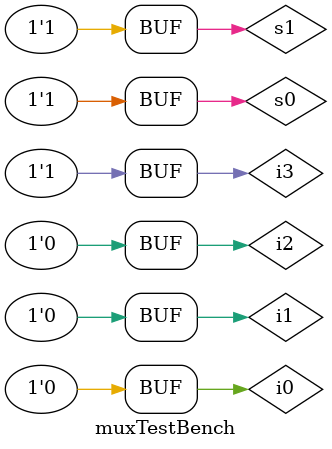
<source format=v>
module mux4to1 (
    s0, s1, i0, i1, i2, i3, out
);

input s0, s1, i0, i1, i2, i3;
output out;

assign out = (~s1 & ~s0 & i0) | (~s1 & s0 & i1) | (s1 & ~s0 & i2) | (s1 & s0 & i3);

    
endmodule

module muxTestBench;

reg s0, s1, i0, i1, i2, i3;
wire out;

mux4to1 i(s0, s1, i0, i1, i2, i3, out);

initial begin
    s0 = 1'b0; s1 = 1'b0; i0=1'b0; i1=1'b0; i2=1'b0; i3=1'b0;
    $monitor("Time: %0t, s0: %b, s1: %b, i0: %b, i1: %b, i2: %b, i3: %b, out: %b", $time, s0, s1, i0, i1, i2, i3, out);
    #5 s0 = 1'b0; s1 = 1'b0; i0 = 1'b0; i1 = 1'b0; i2 = 1'b0; i3 = 1'b0;
    #5 s0 = 1'b0; s1 = 1'b0; i0 = 1'b1; i1 = 1'b0; i2 = 1'b0; i3 = 1'b0;
    #5 s0 = 1'b0; s1 = 1'b1; i0 = 1'b0; i1 = 1'b0; i2 = 1'b0; i3 = 1'b0;
    #5 s0 = 1'b0; s1 = 1'b1; i0 = 1'b0; i1 = 1'b1; i2 = 1'b0; i3 = 1'b0;
    #5 s0 = 1'b1; s1 = 1'b0; i0 = 1'b0; i1 = 1'b0; i2 = 1'b0; i3 = 1'b0;
    #5 s0 = 1'b1; s1 = 1'b0; i0 = 1'b0; i1 = 1'b0; i2 = 1'b1; i3 = 1'b0;
    #5 s0 = 1'b1; s1 = 1'b1; i0 = 1'b0; i1 = 1'b0; i2 = 1'b0; i3 = 1'b0;
    #5 s0 = 1'b1; s1 = 1'b1; i0 = 1'b0; i1 = 1'b0; i2 = 1'b0; i3 = 1'b1;
end
endmodule
</source>
